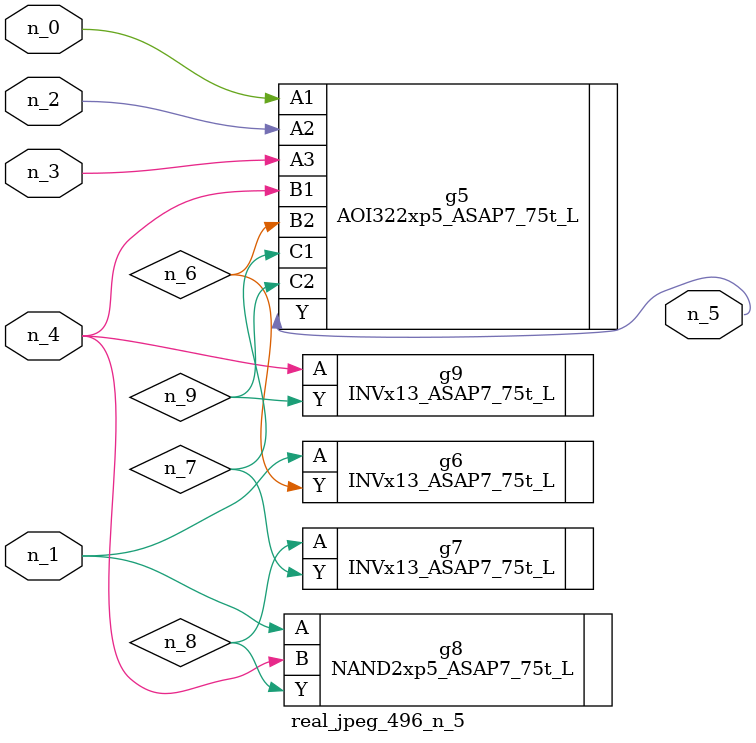
<source format=v>
module real_jpeg_496_n_5 (n_4, n_0, n_1, n_2, n_3, n_5);

input n_4;
input n_0;
input n_1;
input n_2;
input n_3;

output n_5;

wire n_8;
wire n_6;
wire n_7;
wire n_9;

AOI322xp5_ASAP7_75t_L g5 ( 
.A1(n_0),
.A2(n_2),
.A3(n_3),
.B1(n_4),
.B2(n_6),
.C1(n_7),
.C2(n_9),
.Y(n_5)
);

INVx13_ASAP7_75t_L g6 ( 
.A(n_1),
.Y(n_6)
);

NAND2xp5_ASAP7_75t_L g8 ( 
.A(n_1),
.B(n_4),
.Y(n_8)
);

INVx13_ASAP7_75t_L g9 ( 
.A(n_4),
.Y(n_9)
);

INVx13_ASAP7_75t_L g7 ( 
.A(n_8),
.Y(n_7)
);


endmodule
</source>
